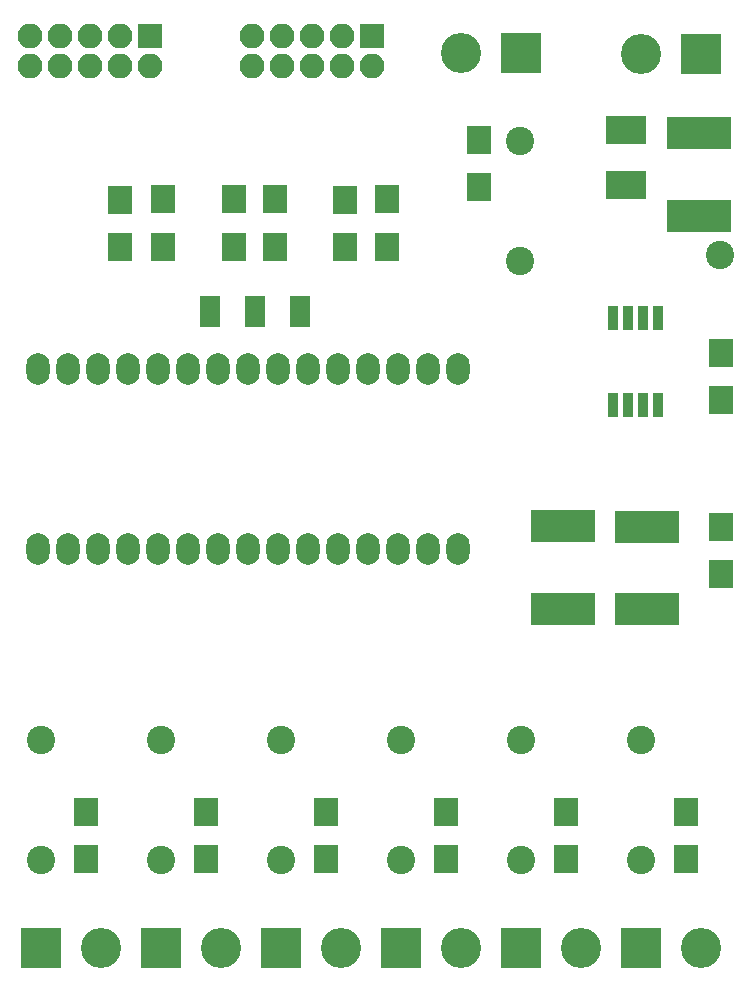
<source format=gbr>
G04 #@! TF.FileFunction,Soldermask,Top*
%FSLAX46Y46*%
G04 Gerber Fmt 4.6, Leading zero omitted, Abs format (unit mm)*
G04 Created by KiCad (PCBNEW 4.0.2+dfsg1-stable) date mié 25 sep 2019 12:11:59 CEST*
%MOMM*%
G01*
G04 APERTURE LIST*
%ADD10C,0.100000*%
%ADD11R,3.400000X3.400000*%
%ADD12C,3.400000*%
%ADD13R,2.000000X2.400000*%
%ADD14R,5.400000X2.800000*%
%ADD15R,3.400000X2.400000*%
%ADD16R,1.670000X1.370000*%
%ADD17C,2.398980*%
%ADD18R,0.950000X2.150000*%
%ADD19O,1.974800X2.686000*%
%ADD20R,2.100000X2.100000*%
%ADD21O,2.100000X2.100000*%
%ADD22R,2.100000X2.400000*%
G04 APERTURE END LIST*
D10*
D11*
X86741000Y-154940000D03*
D12*
X91821000Y-154940000D03*
D13*
X82750000Y-95536000D03*
X82750000Y-91536000D03*
D14*
X117750000Y-119250000D03*
X117750000Y-126250000D03*
D13*
X70231000Y-143415000D03*
X70231000Y-147415000D03*
X121031000Y-143415000D03*
X121031000Y-147415000D03*
D14*
X122174000Y-92908000D03*
X122174000Y-85908000D03*
X110621000Y-119202000D03*
X110621000Y-126202000D03*
D13*
X80391000Y-143415000D03*
X80391000Y-147415000D03*
X90551000Y-143415000D03*
X90551000Y-147415000D03*
X100711000Y-143415000D03*
X100711000Y-147415000D03*
X110871000Y-143415000D03*
X110871000Y-147415000D03*
D15*
X115951000Y-90336000D03*
X115951000Y-85686000D03*
D16*
X88356000Y-101649000D03*
X88356000Y-100369000D03*
X84546000Y-101649000D03*
X84546000Y-100369000D03*
X80736000Y-101649000D03*
X80736000Y-100369000D03*
D11*
X122301000Y-79248000D03*
D12*
X117221000Y-79248000D03*
D11*
X66421000Y-154940000D03*
D12*
X71501000Y-154940000D03*
D11*
X76581000Y-154940000D03*
D12*
X81661000Y-154940000D03*
D11*
X96901000Y-154940000D03*
D12*
X101981000Y-154940000D03*
D11*
X107061000Y-154940000D03*
D12*
X112141000Y-154940000D03*
D11*
X117221000Y-154940000D03*
D12*
X122301000Y-154940000D03*
D11*
X107061000Y-79121000D03*
D12*
X101981000Y-79121000D03*
D17*
X66421000Y-137287000D03*
X66421000Y-147447000D03*
X117221000Y-137287000D03*
X117221000Y-147447000D03*
X76581000Y-137287000D03*
X76581000Y-147447000D03*
X86715600Y-137287000D03*
X86715600Y-147447000D03*
X96901000Y-137287000D03*
X96901000Y-147447000D03*
X107061000Y-137287000D03*
X107061000Y-147447000D03*
D18*
X114845000Y-108950000D03*
X116115000Y-108950000D03*
X117385000Y-108950000D03*
X118655000Y-108950000D03*
X118655000Y-101550000D03*
X117385000Y-101550000D03*
X116115000Y-101550000D03*
X114845000Y-101550000D03*
D19*
X99240000Y-105880000D03*
X96700000Y-105880000D03*
X94160000Y-105880000D03*
X101780000Y-121120000D03*
X99240000Y-121120000D03*
X96700000Y-121120000D03*
X94160000Y-121120000D03*
X73840000Y-121120000D03*
X71300000Y-121120000D03*
X68760000Y-121120000D03*
X101780000Y-105880000D03*
X91620000Y-105880000D03*
X89080000Y-105880000D03*
X86540000Y-105880000D03*
X84000000Y-105880000D03*
X81460000Y-105880000D03*
X78920000Y-105880000D03*
X76380000Y-105880000D03*
X73840000Y-105880000D03*
X71300000Y-105880000D03*
X68760000Y-105880000D03*
X66220000Y-105880000D03*
X66220000Y-121120000D03*
X76380000Y-121120000D03*
X78920000Y-121120000D03*
X81460000Y-121120000D03*
X84000000Y-121120000D03*
X86540000Y-121120000D03*
X89080000Y-121120000D03*
X91620000Y-121120000D03*
D17*
X123952000Y-96266000D03*
D20*
X75692000Y-77724000D03*
D21*
X75692000Y-80264000D03*
X73152000Y-77724000D03*
X73152000Y-80264000D03*
X70612000Y-77724000D03*
X70612000Y-80264000D03*
X68072000Y-77724000D03*
X68072000Y-80264000D03*
X65532000Y-77724000D03*
X65532000Y-80264000D03*
D20*
X94488000Y-77724000D03*
D21*
X94488000Y-80264000D03*
X91948000Y-77724000D03*
X91948000Y-80264000D03*
X89408000Y-77724000D03*
X89408000Y-80264000D03*
X86868000Y-77724000D03*
X86868000Y-80264000D03*
X84328000Y-77724000D03*
X84328000Y-80264000D03*
D22*
X124000000Y-104500000D03*
X124000000Y-108500000D03*
X124000000Y-119250000D03*
X124000000Y-123250000D03*
D17*
X107000000Y-96750000D03*
X107000000Y-86590000D03*
D22*
X103500000Y-90500000D03*
X103500000Y-86500000D03*
X95750000Y-91536000D03*
X95750000Y-95536000D03*
X86250000Y-91536000D03*
X86250000Y-95536000D03*
X76750000Y-91536000D03*
X76750000Y-95536000D03*
D13*
X73152000Y-95599000D03*
X73152000Y-91599000D03*
X92202000Y-95599000D03*
X92202000Y-91599000D03*
M02*

</source>
